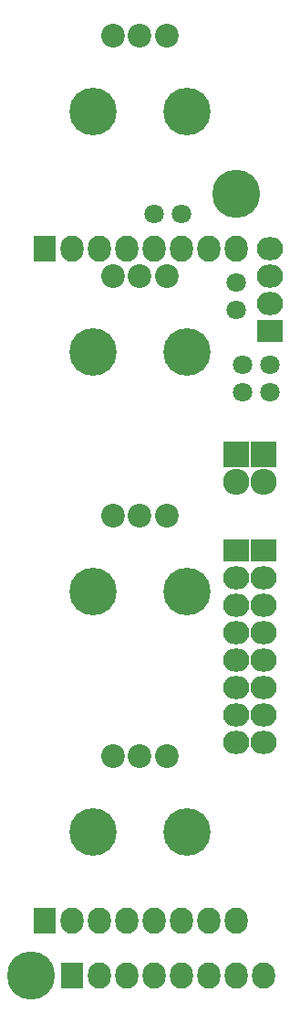
<source format=gbr>
G04 #@! TF.FileFunction,Soldermask,Bot*
%FSLAX46Y46*%
G04 Gerber Fmt 4.6, Leading zero omitted, Abs format (unit mm)*
G04 Created by KiCad (PCBNEW 4.0.6+dfsg1-1) date Tue Oct 24 13:55:29 2017*
%MOMM*%
%LPD*%
G01*
G04 APERTURE LIST*
%ADD10C,0.050000*%
%ADD11R,2.127200X2.432000*%
%ADD12O,2.127200X2.432000*%
%ADD13C,2.200000*%
%ADD14C,4.400000*%
%ADD15R,2.432000X2.127200*%
%ADD16O,2.432000X2.127200*%
%ADD17R,2.432000X2.432000*%
%ADD18O,2.432000X2.432000*%
%ADD19C,4.464000*%
%ADD20C,1.797000*%
G04 APERTURE END LIST*
D10*
D11*
X127000000Y-71120000D03*
D12*
X129540000Y-71120000D03*
X132080000Y-71120000D03*
X134620000Y-71120000D03*
X137160000Y-71120000D03*
X139700000Y-71120000D03*
X142240000Y-71120000D03*
X144780000Y-71120000D03*
D13*
X138350000Y-51435000D03*
X135850000Y-51435000D03*
X133350000Y-51435000D03*
D14*
X140250000Y-58435000D03*
X131450000Y-58435000D03*
D15*
X147320000Y-99060000D03*
D16*
X147320000Y-101600000D03*
X147320000Y-104140000D03*
X147320000Y-106680000D03*
X147320000Y-109220000D03*
X147320000Y-111760000D03*
X147320000Y-114300000D03*
X147320000Y-116840000D03*
D11*
X129540000Y-138430000D03*
D12*
X132080000Y-138430000D03*
X134620000Y-138430000D03*
X137160000Y-138430000D03*
X139700000Y-138430000D03*
X142240000Y-138430000D03*
X144780000Y-138430000D03*
X147320000Y-138430000D03*
D15*
X144780000Y-99060000D03*
D16*
X144780000Y-101600000D03*
X144780000Y-104140000D03*
X144780000Y-106680000D03*
X144780000Y-109220000D03*
X144780000Y-111760000D03*
X144780000Y-114300000D03*
X144780000Y-116840000D03*
D11*
X127000000Y-133350000D03*
D12*
X129540000Y-133350000D03*
X132080000Y-133350000D03*
X134620000Y-133350000D03*
X137160000Y-133350000D03*
X139700000Y-133350000D03*
X142240000Y-133350000D03*
X144780000Y-133350000D03*
D17*
X144780000Y-90170000D03*
D18*
X144780000Y-92710000D03*
D15*
X147955000Y-78740000D03*
D16*
X147955000Y-76200000D03*
X147955000Y-73660000D03*
X147955000Y-71120000D03*
D17*
X147320000Y-90170000D03*
D18*
X147320000Y-92710000D03*
D19*
X144780000Y-66040000D03*
X125730000Y-138430000D03*
D20*
X145415000Y-84455000D03*
X147955000Y-84455000D03*
X145415000Y-81915000D03*
X147955000Y-81915000D03*
X144780000Y-74295000D03*
X144780000Y-76835000D03*
X137160000Y-67945000D03*
X139700000Y-67945000D03*
D13*
X138350000Y-73660000D03*
X135850000Y-73660000D03*
X133350000Y-73660000D03*
D14*
X140250000Y-80660000D03*
X131450000Y-80660000D03*
D13*
X138350000Y-95885000D03*
X135850000Y-95885000D03*
X133350000Y-95885000D03*
D14*
X140250000Y-102885000D03*
X131450000Y-102885000D03*
D13*
X138350000Y-118110000D03*
X135850000Y-118110000D03*
X133350000Y-118110000D03*
D14*
X140250000Y-125110000D03*
X131450000Y-125110000D03*
M02*

</source>
